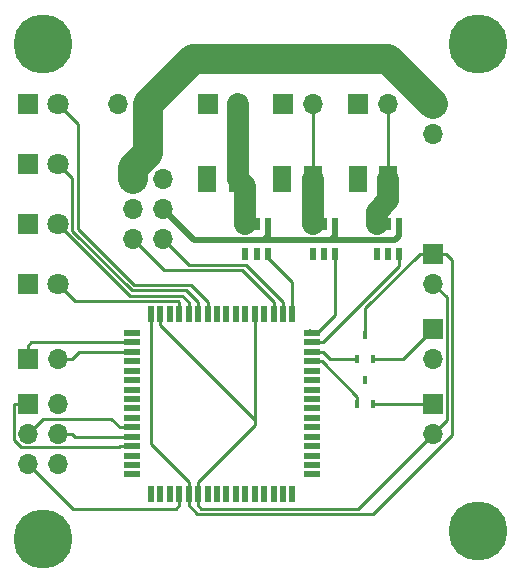
<source format=gtl>
G04 #@! TF.FileFunction,Copper,L1,Top,Signal*
%FSLAX46Y46*%
G04 Gerber Fmt 4.6, Leading zero omitted, Abs format (unit mm)*
G04 Created by KiCad (PCBNEW 4.0.7) date 04/11/18 21:21:16*
%MOMM*%
%LPD*%
G01*
G04 APERTURE LIST*
%ADD10C,0.100000*%
%ADD11C,5.000000*%
%ADD12R,1.800000X1.800000*%
%ADD13C,1.800000*%
%ADD14R,1.700000X1.700000*%
%ADD15O,1.700000X1.700000*%
%ADD16R,0.550000X1.100000*%
%ADD17R,0.450000X0.700000*%
%ADD18R,1.473200X0.508000*%
%ADD19R,0.508000X1.473200*%
%ADD20R,1.620000X2.180000*%
%ADD21C,0.500000*%
%ADD22C,0.250000*%
%ADD23C,1.850000*%
%ADD24C,2.500000*%
G04 APERTURE END LIST*
D10*
D11*
X133350000Y-77470000D03*
X133350000Y-119380000D03*
X170180000Y-77470000D03*
D12*
X132080000Y-97790000D03*
D13*
X134620000Y-97790000D03*
D12*
X132080000Y-92710000D03*
D13*
X134620000Y-92710000D03*
D12*
X132080000Y-82550000D03*
D13*
X134620000Y-82550000D03*
D12*
X132080000Y-87630000D03*
D13*
X134620000Y-87630000D03*
D14*
X140970000Y-88900000D03*
D15*
X143510000Y-88900000D03*
X140970000Y-91440000D03*
X143510000Y-91440000D03*
X140970000Y-93980000D03*
X143510000Y-93980000D03*
D14*
X132080000Y-107950000D03*
D15*
X134620000Y-107950000D03*
X132080000Y-110490000D03*
X134620000Y-110490000D03*
X132080000Y-113030000D03*
X134620000Y-113030000D03*
D14*
X132080000Y-104140000D03*
D15*
X134620000Y-104140000D03*
D16*
X161610000Y-95310000D03*
X162560000Y-95310000D03*
X163510000Y-95310000D03*
X163510000Y-92710000D03*
X162560000Y-92710000D03*
X161610000Y-92710000D03*
D17*
X159990000Y-107950000D03*
X161290000Y-107950000D03*
X160640000Y-105950000D03*
D16*
X150500000Y-95310000D03*
X151450000Y-95310000D03*
X152400000Y-95310000D03*
X152400000Y-92710000D03*
X151450000Y-92710000D03*
X150500000Y-92710000D03*
D17*
X159990000Y-104140000D03*
X161290000Y-104140000D03*
X160640000Y-102140000D03*
D16*
X156210000Y-95310000D03*
X157160000Y-95310000D03*
X158110000Y-95310000D03*
X158110000Y-92710000D03*
X157160000Y-92710000D03*
X156210000Y-92710000D03*
D18*
X140881100Y-101955600D03*
X140881100Y-102743000D03*
X140881100Y-103555800D03*
X140881100Y-104343200D03*
X140881100Y-105156000D03*
X140881100Y-105943400D03*
X140881100Y-106756200D03*
X140881100Y-107543600D03*
X140881100Y-108356400D03*
X140881100Y-109143800D03*
X140881100Y-109956600D03*
X140881100Y-110744000D03*
X140881100Y-111556800D03*
X140881100Y-112344200D03*
X140881100Y-113157000D03*
X140881100Y-113944400D03*
D19*
X142506700Y-115570000D03*
X143294100Y-115570000D03*
X144106900Y-115570000D03*
X144894300Y-115570000D03*
X145707100Y-115570000D03*
X146494500Y-115570000D03*
X147307300Y-115570000D03*
X148094700Y-115570000D03*
X148907500Y-115570000D03*
X149694900Y-115570000D03*
X150507700Y-115570000D03*
X151295100Y-115570000D03*
X152107900Y-115570000D03*
X152895300Y-115570000D03*
X153708100Y-115570000D03*
X154495500Y-115570000D03*
D18*
X156121100Y-113944400D03*
X156121100Y-113157000D03*
X156121100Y-112344200D03*
X156121100Y-111556800D03*
X156121100Y-110744000D03*
X156121100Y-109956600D03*
X156121100Y-109143800D03*
X156121100Y-108356400D03*
X156121100Y-107543600D03*
X156121100Y-106756200D03*
X156121100Y-105943400D03*
X156121100Y-105156000D03*
X156121100Y-104343200D03*
X156121100Y-103555800D03*
X156121100Y-102743000D03*
X156121100Y-101955600D03*
D19*
X154495500Y-100330000D03*
X153708100Y-100330000D03*
X152895300Y-100330000D03*
X152107900Y-100330000D03*
X151295100Y-100330000D03*
X150507700Y-100330000D03*
X149694900Y-100330000D03*
X148907500Y-100330000D03*
X148094700Y-100330000D03*
X147307300Y-100330000D03*
X146494500Y-100330000D03*
X145707100Y-100330000D03*
X144894300Y-100330000D03*
X144106900Y-100330000D03*
X143294100Y-100330000D03*
X142506700Y-100330000D03*
D20*
X153610000Y-88900000D03*
X156210000Y-88900000D03*
X147260000Y-88900000D03*
X149860000Y-88900000D03*
X160020000Y-88900000D03*
X162620000Y-88900000D03*
D14*
X147320000Y-82550000D03*
D15*
X149860000Y-82550000D03*
D14*
X153670000Y-82550000D03*
D15*
X156210000Y-82550000D03*
D14*
X160020000Y-82550000D03*
D15*
X162560000Y-82550000D03*
D14*
X166370000Y-101600000D03*
D15*
X166370000Y-104140000D03*
D14*
X166370000Y-107950000D03*
D15*
X166370000Y-110490000D03*
D14*
X166370000Y-95250000D03*
D15*
X166370000Y-97790000D03*
D14*
X166370000Y-82550000D03*
D15*
X166370000Y-85090000D03*
D14*
X142240000Y-82550000D03*
D15*
X139700000Y-82550000D03*
D11*
X170180000Y-118745000D03*
D21*
X157784990Y-94085010D02*
X156210000Y-94085010D01*
X156210000Y-94085010D02*
X151130000Y-94085010D01*
X163510000Y-92710000D02*
X163510000Y-93760000D01*
X163510000Y-93760000D02*
X163184990Y-94085010D01*
X163184990Y-94085010D02*
X156210000Y-94085010D01*
X152074990Y-94085010D02*
X151130000Y-94085010D01*
X151130000Y-94085010D02*
X146155010Y-94085010D01*
X158110000Y-92710000D02*
X158110000Y-93760000D01*
X158110000Y-93760000D02*
X157784990Y-94085010D01*
X152400000Y-92710000D02*
X152400000Y-93760000D01*
X152400000Y-93760000D02*
X152074990Y-94085010D01*
X146155010Y-94085010D02*
X144359999Y-92289999D01*
X144359999Y-92289999D02*
X143510000Y-91440000D01*
D22*
X166370000Y-110490000D02*
X160020000Y-116840000D01*
X160020000Y-116840000D02*
X146777900Y-116840000D01*
X146777900Y-116840000D02*
X146494500Y-116556600D01*
X146494500Y-116556600D02*
X146494500Y-115570000D01*
X166370000Y-97790000D02*
X167545001Y-98965001D01*
X167545001Y-98965001D02*
X167545001Y-109314999D01*
X167545001Y-109314999D02*
X166370000Y-110490000D01*
X143294100Y-100330000D02*
X143294100Y-101316600D01*
X143294100Y-101316600D02*
X151295100Y-109317600D01*
X151295100Y-109317600D02*
X151295100Y-109782800D01*
X146494500Y-115570000D02*
X146494500Y-114583400D01*
X146494500Y-114583400D02*
X151295100Y-109782800D01*
X151295100Y-109782800D02*
X151295100Y-101316600D01*
X151295100Y-101316600D02*
X151295100Y-100330000D01*
X134620000Y-97790000D02*
X136098399Y-99268399D01*
X136098399Y-99268399D02*
X144819299Y-99268399D01*
X144819299Y-99268399D02*
X144894300Y-99343400D01*
X144894300Y-99343400D02*
X144894300Y-100330000D01*
D23*
X150500000Y-92710000D02*
X150500000Y-89540000D01*
X150500000Y-89540000D02*
X149860000Y-88900000D01*
X149860000Y-82550000D02*
X149860000Y-88900000D01*
D22*
X149860000Y-89180000D02*
X149860000Y-88900000D01*
D24*
X142240000Y-82550000D02*
X142240000Y-86765998D01*
X142240000Y-86765998D02*
X140970000Y-88035998D01*
X140970000Y-88035998D02*
X140970000Y-88900000D01*
X162560000Y-78740000D02*
X166370000Y-82550000D01*
X146050000Y-78740000D02*
X162560000Y-78740000D01*
X142240000Y-82550000D02*
X146050000Y-78740000D01*
D22*
X134620000Y-92710000D02*
X140728390Y-98818390D01*
X140728390Y-98818390D02*
X145182090Y-98818390D01*
X145182090Y-98818390D02*
X145707100Y-99343400D01*
X145707100Y-99343400D02*
X145707100Y-100330000D01*
X161290000Y-107950000D02*
X166370000Y-107950000D01*
D23*
X156210000Y-88900000D02*
X156210000Y-92710000D01*
D22*
X156210000Y-88900000D02*
X156210000Y-82550000D01*
X156210000Y-89180000D02*
X156210000Y-88900000D01*
X134620000Y-82550000D02*
X136340010Y-84270010D01*
X136340010Y-93157190D02*
X141101190Y-97918370D01*
X136340010Y-84270010D02*
X136340010Y-93157190D01*
X141101190Y-97918370D02*
X145882270Y-97918370D01*
X145882270Y-97918370D02*
X147307300Y-99343400D01*
X147307300Y-99343400D02*
X147307300Y-100330000D01*
D23*
X161610000Y-92710000D02*
X161610000Y-91759998D01*
X161610000Y-91759998D02*
X162620000Y-90749998D01*
X162620000Y-90749998D02*
X162620000Y-88900000D01*
D22*
X162620000Y-88900000D02*
X162620000Y-82610000D01*
X162620000Y-82610000D02*
X162560000Y-82550000D01*
X162620000Y-89180000D02*
X162620000Y-88900000D01*
X134620000Y-87630000D02*
X135845001Y-88855001D01*
X135845001Y-88855001D02*
X135845001Y-93298591D01*
X135845001Y-93298591D02*
X140914790Y-98368380D01*
X140914790Y-98368380D02*
X145519480Y-98368380D01*
X145519480Y-98368380D02*
X146494500Y-99343400D01*
X146494500Y-99343400D02*
X146494500Y-100330000D01*
X160640000Y-102140000D02*
X160640000Y-99880000D01*
X160640000Y-99880000D02*
X165270000Y-95250000D01*
X165270000Y-95250000D02*
X166370000Y-95250000D01*
X166370000Y-95250000D02*
X167470000Y-95250000D01*
X167470000Y-95250000D02*
X167995010Y-95775010D01*
X167995010Y-95775010D02*
X167995010Y-110603992D01*
X167995010Y-110603992D02*
X161308992Y-117290010D01*
X161308992Y-117290010D02*
X146440510Y-117290010D01*
X146440510Y-117290010D02*
X145707100Y-116556600D01*
X152895300Y-100330000D02*
X152895300Y-99343400D01*
X152895300Y-99343400D02*
X150186911Y-96635011D01*
X150186911Y-96635011D02*
X143625011Y-96635011D01*
X143625011Y-96635011D02*
X141819999Y-94829999D01*
X141819999Y-94829999D02*
X140970000Y-93980000D01*
X153708100Y-100330000D02*
X153708100Y-99343400D01*
X153708100Y-99343400D02*
X150549701Y-96185001D01*
X150549701Y-96185001D02*
X145715001Y-96185001D01*
X145715001Y-96185001D02*
X144359999Y-94829999D01*
X144359999Y-94829999D02*
X143510000Y-93980000D01*
X132080000Y-107950000D02*
X130980000Y-107950000D01*
X130980000Y-107950000D02*
X130904999Y-108025001D01*
X130904999Y-108025001D02*
X130904999Y-111054001D01*
X130904999Y-111054001D02*
X131515999Y-111665001D01*
X131515999Y-111665001D02*
X139786299Y-111665001D01*
X139786299Y-111665001D02*
X139894500Y-111556800D01*
X139894500Y-111556800D02*
X140881100Y-111556800D01*
X132080000Y-110490000D02*
X133350000Y-109220000D01*
X133350000Y-109220000D02*
X139157900Y-109220000D01*
X139157900Y-109220000D02*
X139894500Y-109956600D01*
X139894500Y-109956600D02*
X140881100Y-109956600D01*
X134620000Y-110490000D02*
X135822081Y-110490000D01*
X135822081Y-110490000D02*
X136076081Y-110744000D01*
X139894500Y-110744000D02*
X140881100Y-110744000D01*
X136076081Y-110744000D02*
X139894500Y-110744000D01*
X132080000Y-113030000D02*
X135890000Y-116840000D01*
X135890000Y-116840000D02*
X144610900Y-116840000D01*
X144610900Y-116840000D02*
X144894300Y-116556600D01*
X144894300Y-116556600D02*
X144894300Y-115570000D01*
X132080000Y-104140000D02*
X132080000Y-103040000D01*
X132080000Y-103040000D02*
X132377000Y-102743000D01*
X132377000Y-102743000D02*
X139894500Y-102743000D01*
X139894500Y-102743000D02*
X140881100Y-102743000D01*
X134620000Y-104140000D02*
X135822081Y-104140000D01*
X135822081Y-104140000D02*
X136406281Y-103555800D01*
X136406281Y-103555800D02*
X139894500Y-103555800D01*
X139894500Y-103555800D02*
X140881100Y-103555800D01*
X161290000Y-104140000D02*
X163830000Y-104140000D01*
X163830000Y-104140000D02*
X166370000Y-101600000D01*
X156121100Y-102743000D02*
X157107700Y-102743000D01*
X157107700Y-102743000D02*
X163510000Y-96340700D01*
X163510000Y-96340700D02*
X163510000Y-96110000D01*
X163510000Y-96110000D02*
X163510000Y-95310000D01*
X156121100Y-104343200D02*
X156983200Y-104343200D01*
X159990000Y-107350000D02*
X159990000Y-107950000D01*
X156983200Y-104343200D02*
X159990000Y-107350000D01*
X152400000Y-95310000D02*
X152400000Y-95585000D01*
X152400000Y-95585000D02*
X154495500Y-97680500D01*
X154495500Y-97680500D02*
X154495500Y-99343400D01*
X154495500Y-99343400D02*
X154495500Y-100330000D01*
X157691900Y-104140000D02*
X159990000Y-104140000D01*
X156121100Y-103555800D02*
X157107700Y-103555800D01*
X157107700Y-103555800D02*
X157691900Y-104140000D01*
X158110000Y-95310000D02*
X158110000Y-100449300D01*
X158110000Y-100449300D02*
X156603700Y-101955600D01*
X156603700Y-101955600D02*
X156121100Y-101955600D01*
X155890000Y-101724500D02*
X156121100Y-101955600D01*
X145707100Y-116556600D02*
X145707100Y-115570000D01*
X145707100Y-115570000D02*
X145707100Y-114583400D01*
X145707100Y-114583400D02*
X142506700Y-111383000D01*
X142506700Y-111383000D02*
X142506700Y-101316600D01*
X142506700Y-101316600D02*
X142506700Y-100330000D01*
M02*

</source>
